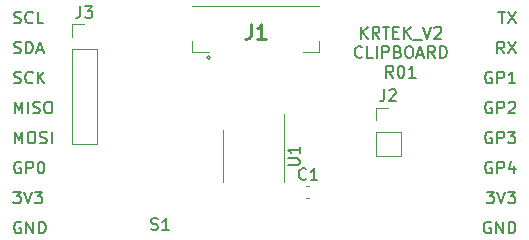
<source format=gto>
%TF.GenerationSoftware,KiCad,Pcbnew,(5.1.10)-1*%
%TF.CreationDate,2021-11-25T14:23:59+01:00*%
%TF.ProjectId,CLIP_HOSTBOARD,434c4950-5f48-44f5-9354-424f4152442e,rev?*%
%TF.SameCoordinates,Original*%
%TF.FileFunction,Legend,Top*%
%TF.FilePolarity,Positive*%
%FSLAX46Y46*%
G04 Gerber Fmt 4.6, Leading zero omitted, Abs format (unit mm)*
G04 Created by KiCad (PCBNEW (5.1.10)-1) date 2021-11-25 14:23:59*
%MOMM*%
%LPD*%
G01*
G04 APERTURE LIST*
%ADD10C,0.150000*%
%ADD11C,0.100000*%
%ADD12C,0.200000*%
%ADD13C,0.120000*%
%ADD14C,0.254000*%
G04 APERTURE END LIST*
D10*
X151780027Y-83572340D02*
X151780027Y-82572340D01*
X152351456Y-83572340D02*
X151922884Y-83000912D01*
X152351456Y-82572340D02*
X151780027Y-83143769D01*
X153351456Y-83572340D02*
X153018122Y-83096150D01*
X152780027Y-83572340D02*
X152780027Y-82572340D01*
X153160980Y-82572340D01*
X153256218Y-82619960D01*
X153303837Y-82667579D01*
X153351456Y-82762817D01*
X153351456Y-82905674D01*
X153303837Y-83000912D01*
X153256218Y-83048531D01*
X153160980Y-83096150D01*
X152780027Y-83096150D01*
X153637170Y-82572340D02*
X154208599Y-82572340D01*
X153922884Y-83572340D02*
X153922884Y-82572340D01*
X154541932Y-83048531D02*
X154875265Y-83048531D01*
X155018122Y-83572340D02*
X154541932Y-83572340D01*
X154541932Y-82572340D01*
X155018122Y-82572340D01*
X155446694Y-83572340D02*
X155446694Y-82572340D01*
X156018122Y-83572340D02*
X155589551Y-83000912D01*
X156018122Y-82572340D02*
X155446694Y-83143769D01*
X156208599Y-83667579D02*
X156970503Y-83667579D01*
X157065741Y-82572340D02*
X157399075Y-83572340D01*
X157732408Y-82572340D01*
X158018122Y-82667579D02*
X158065741Y-82619960D01*
X158160980Y-82572340D01*
X158399075Y-82572340D01*
X158494313Y-82619960D01*
X158541932Y-82667579D01*
X158589551Y-82762817D01*
X158589551Y-82858055D01*
X158541932Y-83000912D01*
X157970503Y-83572340D01*
X158589551Y-83572340D01*
X151875265Y-85127102D02*
X151827646Y-85174721D01*
X151684789Y-85222340D01*
X151589551Y-85222340D01*
X151446694Y-85174721D01*
X151351456Y-85079483D01*
X151303837Y-84984245D01*
X151256218Y-84793769D01*
X151256218Y-84650912D01*
X151303837Y-84460436D01*
X151351456Y-84365198D01*
X151446694Y-84269960D01*
X151589551Y-84222340D01*
X151684789Y-84222340D01*
X151827646Y-84269960D01*
X151875265Y-84317579D01*
X152780027Y-85222340D02*
X152303837Y-85222340D01*
X152303837Y-84222340D01*
X153113360Y-85222340D02*
X153113360Y-84222340D01*
X153589551Y-85222340D02*
X153589551Y-84222340D01*
X153970503Y-84222340D01*
X154065741Y-84269960D01*
X154113360Y-84317579D01*
X154160980Y-84412817D01*
X154160980Y-84555674D01*
X154113360Y-84650912D01*
X154065741Y-84698531D01*
X153970503Y-84746150D01*
X153589551Y-84746150D01*
X154922884Y-84698531D02*
X155065741Y-84746150D01*
X155113360Y-84793769D01*
X155160980Y-84889007D01*
X155160980Y-85031864D01*
X155113360Y-85127102D01*
X155065741Y-85174721D01*
X154970503Y-85222340D01*
X154589551Y-85222340D01*
X154589551Y-84222340D01*
X154922884Y-84222340D01*
X155018122Y-84269960D01*
X155065741Y-84317579D01*
X155113360Y-84412817D01*
X155113360Y-84508055D01*
X155065741Y-84603293D01*
X155018122Y-84650912D01*
X154922884Y-84698531D01*
X154589551Y-84698531D01*
X155780027Y-84222340D02*
X155970503Y-84222340D01*
X156065741Y-84269960D01*
X156160980Y-84365198D01*
X156208599Y-84555674D01*
X156208599Y-84889007D01*
X156160980Y-85079483D01*
X156065741Y-85174721D01*
X155970503Y-85222340D01*
X155780027Y-85222340D01*
X155684789Y-85174721D01*
X155589551Y-85079483D01*
X155541932Y-84889007D01*
X155541932Y-84555674D01*
X155589551Y-84365198D01*
X155684789Y-84269960D01*
X155780027Y-84222340D01*
X156589551Y-84936626D02*
X157065741Y-84936626D01*
X156494313Y-85222340D02*
X156827646Y-84222340D01*
X157160980Y-85222340D01*
X158065741Y-85222340D02*
X157732408Y-84746150D01*
X157494313Y-85222340D02*
X157494313Y-84222340D01*
X157875265Y-84222340D01*
X157970503Y-84269960D01*
X158018122Y-84317579D01*
X158065741Y-84412817D01*
X158065741Y-84555674D01*
X158018122Y-84650912D01*
X157970503Y-84698531D01*
X157875265Y-84746150D01*
X157494313Y-84746150D01*
X158494313Y-85222340D02*
X158494313Y-84222340D01*
X158732408Y-84222340D01*
X158875265Y-84269960D01*
X158970503Y-84365198D01*
X159018122Y-84460436D01*
X159065741Y-84650912D01*
X159065741Y-84793769D01*
X159018122Y-84984245D01*
X158970503Y-85079483D01*
X158875265Y-85174721D01*
X158732408Y-85222340D01*
X158494313Y-85222340D01*
X154518122Y-86872340D02*
X154184789Y-86396150D01*
X153946694Y-86872340D02*
X153946694Y-85872340D01*
X154327646Y-85872340D01*
X154422884Y-85919960D01*
X154470503Y-85967579D01*
X154518122Y-86062817D01*
X154518122Y-86205674D01*
X154470503Y-86300912D01*
X154422884Y-86348531D01*
X154327646Y-86396150D01*
X153946694Y-86396150D01*
X155137170Y-85872340D02*
X155232408Y-85872340D01*
X155327646Y-85919960D01*
X155375265Y-85967579D01*
X155422884Y-86062817D01*
X155470503Y-86253293D01*
X155470503Y-86491388D01*
X155422884Y-86681864D01*
X155375265Y-86777102D01*
X155327646Y-86824721D01*
X155232408Y-86872340D01*
X155137170Y-86872340D01*
X155041932Y-86824721D01*
X154994313Y-86777102D01*
X154946694Y-86681864D01*
X154899075Y-86491388D01*
X154899075Y-86253293D01*
X154946694Y-86062817D01*
X154994313Y-85967579D01*
X155041932Y-85919960D01*
X155137170Y-85872340D01*
X156422884Y-86872340D02*
X155851456Y-86872340D01*
X156137170Y-86872340D02*
X156137170Y-85872340D01*
X156041932Y-86015198D01*
X155946694Y-86110436D01*
X155851456Y-86158055D01*
D11*
%TO.C,J1*%
X137512700Y-80785140D02*
X148262700Y-80785140D01*
X148262700Y-84685140D02*
X148262700Y-83785140D01*
X146887700Y-84685140D02*
X148262700Y-84685140D01*
X137512700Y-84685140D02*
X137512700Y-83785140D01*
X138887700Y-84685140D02*
X137512700Y-84685140D01*
D12*
X138887700Y-85285140D02*
X138887700Y-85285140D01*
X138887700Y-85085140D02*
X138887700Y-85085140D01*
X138887700Y-85285140D02*
G75*
G02*
X138887700Y-85085140I0J100000D01*
G01*
X138887700Y-85085140D02*
G75*
G02*
X138887700Y-85285140I0J-100000D01*
G01*
D13*
%TO.C,U1*%
X140082120Y-93527880D02*
X140082120Y-95727880D01*
X140082120Y-93527880D02*
X140082120Y-91327880D01*
X145302120Y-93527880D02*
X145302120Y-95727880D01*
X145302120Y-93527880D02*
X145302120Y-89927880D01*
%TO.C,J2*%
X153039260Y-93532260D02*
X155159260Y-93532260D01*
X153039260Y-91472260D02*
X153039260Y-93532260D01*
X155159260Y-91472260D02*
X155159260Y-93532260D01*
X153039260Y-91472260D02*
X155159260Y-91472260D01*
X153039260Y-90472260D02*
X153039260Y-89412260D01*
X153039260Y-89412260D02*
X154099260Y-89412260D01*
%TO.C,J3*%
X127314140Y-92483760D02*
X129434140Y-92483760D01*
X127314140Y-84423760D02*
X127314140Y-92483760D01*
X129434140Y-84423760D02*
X129434140Y-92483760D01*
X127314140Y-84423760D02*
X129434140Y-84423760D01*
X127314140Y-83423760D02*
X127314140Y-82363760D01*
X127314140Y-82363760D02*
X128374140Y-82363760D01*
%TO.C,C1*%
X147430400Y-97070640D02*
X147149240Y-97070640D01*
X147430400Y-96050640D02*
X147149240Y-96050640D01*
%TO.C,S1*%
D10*
X134035895Y-99728921D02*
X134178752Y-99776540D01*
X134416847Y-99776540D01*
X134512085Y-99728921D01*
X134559704Y-99681302D01*
X134607323Y-99586064D01*
X134607323Y-99490826D01*
X134559704Y-99395588D01*
X134512085Y-99347969D01*
X134416847Y-99300350D01*
X134226371Y-99252731D01*
X134131133Y-99205112D01*
X134083514Y-99157493D01*
X134035895Y-99062255D01*
X134035895Y-98967017D01*
X134083514Y-98871779D01*
X134131133Y-98824160D01*
X134226371Y-98776540D01*
X134464466Y-98776540D01*
X134607323Y-98824160D01*
X135559704Y-99776540D02*
X134988276Y-99776540D01*
X135273990Y-99776540D02*
X135273990Y-98776540D01*
X135178752Y-98919398D01*
X135083514Y-99014636D01*
X134988276Y-99062255D01*
X162772986Y-99114800D02*
X162677748Y-99067180D01*
X162534891Y-99067180D01*
X162392034Y-99114800D01*
X162296796Y-99210038D01*
X162249177Y-99305276D01*
X162201558Y-99495752D01*
X162201558Y-99638609D01*
X162249177Y-99829085D01*
X162296796Y-99924323D01*
X162392034Y-100019561D01*
X162534891Y-100067180D01*
X162630129Y-100067180D01*
X162772986Y-100019561D01*
X162820605Y-99971942D01*
X162820605Y-99638609D01*
X162630129Y-99638609D01*
X163249177Y-100067180D02*
X163249177Y-99067180D01*
X163820605Y-100067180D01*
X163820605Y-99067180D01*
X164296796Y-100067180D02*
X164296796Y-99067180D01*
X164534891Y-99067180D01*
X164677748Y-99114800D01*
X164772986Y-99210038D01*
X164820605Y-99305276D01*
X164868224Y-99495752D01*
X164868224Y-99638609D01*
X164820605Y-99829085D01*
X164772986Y-99924323D01*
X164677748Y-100019561D01*
X164534891Y-100067180D01*
X164296796Y-100067180D01*
X162439653Y-96527180D02*
X163058701Y-96527180D01*
X162725367Y-96908133D01*
X162868224Y-96908133D01*
X162963462Y-96955752D01*
X163011081Y-97003371D01*
X163058701Y-97098609D01*
X163058701Y-97336704D01*
X163011081Y-97431942D01*
X162963462Y-97479561D01*
X162868224Y-97527180D01*
X162582510Y-97527180D01*
X162487272Y-97479561D01*
X162439653Y-97431942D01*
X163344415Y-96527180D02*
X163677748Y-97527180D01*
X164011081Y-96527180D01*
X164249177Y-96527180D02*
X164868224Y-96527180D01*
X164534891Y-96908133D01*
X164677748Y-96908133D01*
X164772986Y-96955752D01*
X164820605Y-97003371D01*
X164868224Y-97098609D01*
X164868224Y-97336704D01*
X164820605Y-97431942D01*
X164772986Y-97479561D01*
X164677748Y-97527180D01*
X164392034Y-97527180D01*
X164296796Y-97479561D01*
X164249177Y-97431942D01*
X162868224Y-94034800D02*
X162772986Y-93987180D01*
X162630129Y-93987180D01*
X162487272Y-94034800D01*
X162392034Y-94130038D01*
X162344415Y-94225276D01*
X162296796Y-94415752D01*
X162296796Y-94558609D01*
X162344415Y-94749085D01*
X162392034Y-94844323D01*
X162487272Y-94939561D01*
X162630129Y-94987180D01*
X162725367Y-94987180D01*
X162868224Y-94939561D01*
X162915843Y-94891942D01*
X162915843Y-94558609D01*
X162725367Y-94558609D01*
X163344415Y-94987180D02*
X163344415Y-93987180D01*
X163725367Y-93987180D01*
X163820605Y-94034800D01*
X163868224Y-94082419D01*
X163915843Y-94177657D01*
X163915843Y-94320514D01*
X163868224Y-94415752D01*
X163820605Y-94463371D01*
X163725367Y-94510990D01*
X163344415Y-94510990D01*
X164772986Y-94320514D02*
X164772986Y-94987180D01*
X164534891Y-93939561D02*
X164296796Y-94653847D01*
X164915843Y-94653847D01*
X162868224Y-91494800D02*
X162772986Y-91447180D01*
X162630129Y-91447180D01*
X162487272Y-91494800D01*
X162392034Y-91590038D01*
X162344415Y-91685276D01*
X162296796Y-91875752D01*
X162296796Y-92018609D01*
X162344415Y-92209085D01*
X162392034Y-92304323D01*
X162487272Y-92399561D01*
X162630129Y-92447180D01*
X162725367Y-92447180D01*
X162868224Y-92399561D01*
X162915843Y-92351942D01*
X162915843Y-92018609D01*
X162725367Y-92018609D01*
X163344415Y-92447180D02*
X163344415Y-91447180D01*
X163725367Y-91447180D01*
X163820605Y-91494800D01*
X163868224Y-91542419D01*
X163915843Y-91637657D01*
X163915843Y-91780514D01*
X163868224Y-91875752D01*
X163820605Y-91923371D01*
X163725367Y-91970990D01*
X163344415Y-91970990D01*
X164249177Y-91447180D02*
X164868224Y-91447180D01*
X164534891Y-91828133D01*
X164677748Y-91828133D01*
X164772986Y-91875752D01*
X164820605Y-91923371D01*
X164868224Y-92018609D01*
X164868224Y-92256704D01*
X164820605Y-92351942D01*
X164772986Y-92399561D01*
X164677748Y-92447180D01*
X164392034Y-92447180D01*
X164296796Y-92399561D01*
X164249177Y-92351942D01*
X162868224Y-88954800D02*
X162772986Y-88907180D01*
X162630129Y-88907180D01*
X162487272Y-88954800D01*
X162392034Y-89050038D01*
X162344415Y-89145276D01*
X162296796Y-89335752D01*
X162296796Y-89478609D01*
X162344415Y-89669085D01*
X162392034Y-89764323D01*
X162487272Y-89859561D01*
X162630129Y-89907180D01*
X162725367Y-89907180D01*
X162868224Y-89859561D01*
X162915843Y-89811942D01*
X162915843Y-89478609D01*
X162725367Y-89478609D01*
X163344415Y-89907180D02*
X163344415Y-88907180D01*
X163725367Y-88907180D01*
X163820605Y-88954800D01*
X163868224Y-89002419D01*
X163915843Y-89097657D01*
X163915843Y-89240514D01*
X163868224Y-89335752D01*
X163820605Y-89383371D01*
X163725367Y-89430990D01*
X163344415Y-89430990D01*
X164296796Y-89002419D02*
X164344415Y-88954800D01*
X164439653Y-88907180D01*
X164677748Y-88907180D01*
X164772986Y-88954800D01*
X164820605Y-89002419D01*
X164868224Y-89097657D01*
X164868224Y-89192895D01*
X164820605Y-89335752D01*
X164249177Y-89907180D01*
X164868224Y-89907180D01*
X162868224Y-86414800D02*
X162772986Y-86367180D01*
X162630129Y-86367180D01*
X162487272Y-86414800D01*
X162392034Y-86510038D01*
X162344415Y-86605276D01*
X162296796Y-86795752D01*
X162296796Y-86938609D01*
X162344415Y-87129085D01*
X162392034Y-87224323D01*
X162487272Y-87319561D01*
X162630129Y-87367180D01*
X162725367Y-87367180D01*
X162868224Y-87319561D01*
X162915843Y-87271942D01*
X162915843Y-86938609D01*
X162725367Y-86938609D01*
X163344415Y-87367180D02*
X163344415Y-86367180D01*
X163725367Y-86367180D01*
X163820605Y-86414800D01*
X163868224Y-86462419D01*
X163915843Y-86557657D01*
X163915843Y-86700514D01*
X163868224Y-86795752D01*
X163820605Y-86843371D01*
X163725367Y-86890990D01*
X163344415Y-86890990D01*
X164868224Y-87367180D02*
X164296796Y-87367180D01*
X164582510Y-87367180D02*
X164582510Y-86367180D01*
X164487272Y-86510038D01*
X164392034Y-86605276D01*
X164296796Y-86652895D01*
X163915843Y-84827180D02*
X163582510Y-84350990D01*
X163344415Y-84827180D02*
X163344415Y-83827180D01*
X163725367Y-83827180D01*
X163820605Y-83874800D01*
X163868224Y-83922419D01*
X163915843Y-84017657D01*
X163915843Y-84160514D01*
X163868224Y-84255752D01*
X163820605Y-84303371D01*
X163725367Y-84350990D01*
X163344415Y-84350990D01*
X164249177Y-83827180D02*
X164915843Y-84827180D01*
X164915843Y-83827180D02*
X164249177Y-84827180D01*
X163439653Y-81287180D02*
X164011081Y-81287180D01*
X163725367Y-82287180D02*
X163725367Y-81287180D01*
X164249177Y-81287180D02*
X164915843Y-82287180D01*
X164915843Y-81287180D02*
X164249177Y-82287180D01*
X122995605Y-99114800D02*
X122900367Y-99067180D01*
X122757510Y-99067180D01*
X122614653Y-99114800D01*
X122519415Y-99210038D01*
X122471796Y-99305276D01*
X122424177Y-99495752D01*
X122424177Y-99638609D01*
X122471796Y-99829085D01*
X122519415Y-99924323D01*
X122614653Y-100019561D01*
X122757510Y-100067180D01*
X122852748Y-100067180D01*
X122995605Y-100019561D01*
X123043224Y-99971942D01*
X123043224Y-99638609D01*
X122852748Y-99638609D01*
X123471796Y-100067180D02*
X123471796Y-99067180D01*
X124043224Y-100067180D01*
X124043224Y-99067180D01*
X124519415Y-100067180D02*
X124519415Y-99067180D01*
X124757510Y-99067180D01*
X124900367Y-99114800D01*
X124995605Y-99210038D01*
X125043224Y-99305276D01*
X125090843Y-99495752D01*
X125090843Y-99638609D01*
X125043224Y-99829085D01*
X124995605Y-99924323D01*
X124900367Y-100019561D01*
X124757510Y-100067180D01*
X124519415Y-100067180D01*
X122376558Y-96527180D02*
X122995605Y-96527180D01*
X122662272Y-96908133D01*
X122805129Y-96908133D01*
X122900367Y-96955752D01*
X122947986Y-97003371D01*
X122995605Y-97098609D01*
X122995605Y-97336704D01*
X122947986Y-97431942D01*
X122900367Y-97479561D01*
X122805129Y-97527180D01*
X122519415Y-97527180D01*
X122424177Y-97479561D01*
X122376558Y-97431942D01*
X123281320Y-96527180D02*
X123614653Y-97527180D01*
X123947986Y-96527180D01*
X124186081Y-96527180D02*
X124805129Y-96527180D01*
X124471796Y-96908133D01*
X124614653Y-96908133D01*
X124709891Y-96955752D01*
X124757510Y-97003371D01*
X124805129Y-97098609D01*
X124805129Y-97336704D01*
X124757510Y-97431942D01*
X124709891Y-97479561D01*
X124614653Y-97527180D01*
X124328939Y-97527180D01*
X124233701Y-97479561D01*
X124186081Y-97431942D01*
X122995605Y-94034800D02*
X122900367Y-93987180D01*
X122757510Y-93987180D01*
X122614653Y-94034800D01*
X122519415Y-94130038D01*
X122471796Y-94225276D01*
X122424177Y-94415752D01*
X122424177Y-94558609D01*
X122471796Y-94749085D01*
X122519415Y-94844323D01*
X122614653Y-94939561D01*
X122757510Y-94987180D01*
X122852748Y-94987180D01*
X122995605Y-94939561D01*
X123043224Y-94891942D01*
X123043224Y-94558609D01*
X122852748Y-94558609D01*
X123471796Y-94987180D02*
X123471796Y-93987180D01*
X123852748Y-93987180D01*
X123947986Y-94034800D01*
X123995605Y-94082419D01*
X124043224Y-94177657D01*
X124043224Y-94320514D01*
X123995605Y-94415752D01*
X123947986Y-94463371D01*
X123852748Y-94510990D01*
X123471796Y-94510990D01*
X124662272Y-93987180D02*
X124757510Y-93987180D01*
X124852748Y-94034800D01*
X124900367Y-94082419D01*
X124947986Y-94177657D01*
X124995605Y-94368133D01*
X124995605Y-94606228D01*
X124947986Y-94796704D01*
X124900367Y-94891942D01*
X124852748Y-94939561D01*
X124757510Y-94987180D01*
X124662272Y-94987180D01*
X124567034Y-94939561D01*
X124519415Y-94891942D01*
X124471796Y-94796704D01*
X124424177Y-94606228D01*
X124424177Y-94368133D01*
X124471796Y-94177657D01*
X124519415Y-94082419D01*
X124567034Y-94034800D01*
X124662272Y-93987180D01*
X122471796Y-92447180D02*
X122471796Y-91447180D01*
X122805129Y-92161466D01*
X123138462Y-91447180D01*
X123138462Y-92447180D01*
X123805129Y-91447180D02*
X123995605Y-91447180D01*
X124090843Y-91494800D01*
X124186081Y-91590038D01*
X124233701Y-91780514D01*
X124233701Y-92113847D01*
X124186081Y-92304323D01*
X124090843Y-92399561D01*
X123995605Y-92447180D01*
X123805129Y-92447180D01*
X123709891Y-92399561D01*
X123614653Y-92304323D01*
X123567034Y-92113847D01*
X123567034Y-91780514D01*
X123614653Y-91590038D01*
X123709891Y-91494800D01*
X123805129Y-91447180D01*
X124614653Y-92399561D02*
X124757510Y-92447180D01*
X124995605Y-92447180D01*
X125090843Y-92399561D01*
X125138462Y-92351942D01*
X125186081Y-92256704D01*
X125186081Y-92161466D01*
X125138462Y-92066228D01*
X125090843Y-92018609D01*
X124995605Y-91970990D01*
X124805129Y-91923371D01*
X124709891Y-91875752D01*
X124662272Y-91828133D01*
X124614653Y-91732895D01*
X124614653Y-91637657D01*
X124662272Y-91542419D01*
X124709891Y-91494800D01*
X124805129Y-91447180D01*
X125043224Y-91447180D01*
X125186081Y-91494800D01*
X125614653Y-92447180D02*
X125614653Y-91447180D01*
X122471796Y-89907180D02*
X122471796Y-88907180D01*
X122805129Y-89621466D01*
X123138462Y-88907180D01*
X123138462Y-89907180D01*
X123614653Y-89907180D02*
X123614653Y-88907180D01*
X124043224Y-89859561D02*
X124186081Y-89907180D01*
X124424177Y-89907180D01*
X124519415Y-89859561D01*
X124567034Y-89811942D01*
X124614653Y-89716704D01*
X124614653Y-89621466D01*
X124567034Y-89526228D01*
X124519415Y-89478609D01*
X124424177Y-89430990D01*
X124233701Y-89383371D01*
X124138462Y-89335752D01*
X124090843Y-89288133D01*
X124043224Y-89192895D01*
X124043224Y-89097657D01*
X124090843Y-89002419D01*
X124138462Y-88954800D01*
X124233701Y-88907180D01*
X124471796Y-88907180D01*
X124614653Y-88954800D01*
X125233701Y-88907180D02*
X125424177Y-88907180D01*
X125519415Y-88954800D01*
X125614653Y-89050038D01*
X125662272Y-89240514D01*
X125662272Y-89573847D01*
X125614653Y-89764323D01*
X125519415Y-89859561D01*
X125424177Y-89907180D01*
X125233701Y-89907180D01*
X125138462Y-89859561D01*
X125043224Y-89764323D01*
X124995605Y-89573847D01*
X124995605Y-89240514D01*
X125043224Y-89050038D01*
X125138462Y-88954800D01*
X125233701Y-88907180D01*
X122424177Y-87319561D02*
X122567034Y-87367180D01*
X122805129Y-87367180D01*
X122900367Y-87319561D01*
X122947986Y-87271942D01*
X122995605Y-87176704D01*
X122995605Y-87081466D01*
X122947986Y-86986228D01*
X122900367Y-86938609D01*
X122805129Y-86890990D01*
X122614653Y-86843371D01*
X122519415Y-86795752D01*
X122471796Y-86748133D01*
X122424177Y-86652895D01*
X122424177Y-86557657D01*
X122471796Y-86462419D01*
X122519415Y-86414800D01*
X122614653Y-86367180D01*
X122852748Y-86367180D01*
X122995605Y-86414800D01*
X123995605Y-87271942D02*
X123947986Y-87319561D01*
X123805129Y-87367180D01*
X123709891Y-87367180D01*
X123567034Y-87319561D01*
X123471796Y-87224323D01*
X123424177Y-87129085D01*
X123376558Y-86938609D01*
X123376558Y-86795752D01*
X123424177Y-86605276D01*
X123471796Y-86510038D01*
X123567034Y-86414800D01*
X123709891Y-86367180D01*
X123805129Y-86367180D01*
X123947986Y-86414800D01*
X123995605Y-86462419D01*
X124424177Y-87367180D02*
X124424177Y-86367180D01*
X124995605Y-87367180D02*
X124567034Y-86795752D01*
X124995605Y-86367180D02*
X124424177Y-86938609D01*
X122424177Y-84779561D02*
X122567034Y-84827180D01*
X122805129Y-84827180D01*
X122900367Y-84779561D01*
X122947986Y-84731942D01*
X122995605Y-84636704D01*
X122995605Y-84541466D01*
X122947986Y-84446228D01*
X122900367Y-84398609D01*
X122805129Y-84350990D01*
X122614653Y-84303371D01*
X122519415Y-84255752D01*
X122471796Y-84208133D01*
X122424177Y-84112895D01*
X122424177Y-84017657D01*
X122471796Y-83922419D01*
X122519415Y-83874800D01*
X122614653Y-83827180D01*
X122852748Y-83827180D01*
X122995605Y-83874800D01*
X123424177Y-84827180D02*
X123424177Y-83827180D01*
X123662272Y-83827180D01*
X123805129Y-83874800D01*
X123900367Y-83970038D01*
X123947986Y-84065276D01*
X123995605Y-84255752D01*
X123995605Y-84398609D01*
X123947986Y-84589085D01*
X123900367Y-84684323D01*
X123805129Y-84779561D01*
X123662272Y-84827180D01*
X123424177Y-84827180D01*
X124376558Y-84541466D02*
X124852748Y-84541466D01*
X124281320Y-84827180D02*
X124614653Y-83827180D01*
X124947986Y-84827180D01*
X122424177Y-82239561D02*
X122567034Y-82287180D01*
X122805129Y-82287180D01*
X122900367Y-82239561D01*
X122947986Y-82191942D01*
X122995605Y-82096704D01*
X122995605Y-82001466D01*
X122947986Y-81906228D01*
X122900367Y-81858609D01*
X122805129Y-81810990D01*
X122614653Y-81763371D01*
X122519415Y-81715752D01*
X122471796Y-81668133D01*
X122424177Y-81572895D01*
X122424177Y-81477657D01*
X122471796Y-81382419D01*
X122519415Y-81334800D01*
X122614653Y-81287180D01*
X122852748Y-81287180D01*
X122995605Y-81334800D01*
X123995605Y-82191942D02*
X123947986Y-82239561D01*
X123805129Y-82287180D01*
X123709891Y-82287180D01*
X123567034Y-82239561D01*
X123471796Y-82144323D01*
X123424177Y-82049085D01*
X123376558Y-81858609D01*
X123376558Y-81715752D01*
X123424177Y-81525276D01*
X123471796Y-81430038D01*
X123567034Y-81334800D01*
X123709891Y-81287180D01*
X123805129Y-81287180D01*
X123947986Y-81334800D01*
X123995605Y-81382419D01*
X124900367Y-82287180D02*
X124424177Y-82287180D01*
X124424177Y-81287180D01*
%TO.C,J1*%
D14*
X142464366Y-82339663D02*
X142464366Y-83246806D01*
X142403890Y-83428235D01*
X142282938Y-83549187D01*
X142101509Y-83609663D01*
X141980557Y-83609663D01*
X143734366Y-83609663D02*
X143008652Y-83609663D01*
X143371509Y-83609663D02*
X143371509Y-82339663D01*
X143250557Y-82521092D01*
X143129604Y-82642044D01*
X143008652Y-82702520D01*
%TO.C,U1*%
D10*
X145594500Y-94289784D02*
X146404024Y-94289784D01*
X146499262Y-94242165D01*
X146546881Y-94194546D01*
X146594500Y-94099308D01*
X146594500Y-93908832D01*
X146546881Y-93813594D01*
X146499262Y-93765975D01*
X146404024Y-93718356D01*
X145594500Y-93718356D01*
X146594500Y-92718356D02*
X146594500Y-93289784D01*
X146594500Y-93004070D02*
X145594500Y-93004070D01*
X145737358Y-93099308D01*
X145832596Y-93194546D01*
X145880215Y-93289784D01*
%TO.C,J2*%
X153765926Y-87864640D02*
X153765926Y-88578926D01*
X153718307Y-88721783D01*
X153623069Y-88817021D01*
X153480212Y-88864640D01*
X153384974Y-88864640D01*
X154194498Y-87959879D02*
X154242117Y-87912260D01*
X154337355Y-87864640D01*
X154575450Y-87864640D01*
X154670688Y-87912260D01*
X154718307Y-87959879D01*
X154765926Y-88055117D01*
X154765926Y-88150355D01*
X154718307Y-88293212D01*
X154146879Y-88864640D01*
X154765926Y-88864640D01*
%TO.C,J3*%
X128040806Y-80816140D02*
X128040806Y-81530426D01*
X127993187Y-81673283D01*
X127897949Y-81768521D01*
X127755092Y-81816140D01*
X127659854Y-81816140D01*
X128421759Y-80816140D02*
X129040806Y-80816140D01*
X128707473Y-81197093D01*
X128850330Y-81197093D01*
X128945568Y-81244712D01*
X128993187Y-81292331D01*
X129040806Y-81387569D01*
X129040806Y-81625664D01*
X128993187Y-81720902D01*
X128945568Y-81768521D01*
X128850330Y-81816140D01*
X128564616Y-81816140D01*
X128469378Y-81768521D01*
X128421759Y-81720902D01*
%TO.C,C1*%
X147158413Y-95457282D02*
X147110794Y-95504901D01*
X146967937Y-95552520D01*
X146872699Y-95552520D01*
X146729841Y-95504901D01*
X146634603Y-95409663D01*
X146586984Y-95314425D01*
X146539365Y-95123949D01*
X146539365Y-94981092D01*
X146586984Y-94790616D01*
X146634603Y-94695378D01*
X146729841Y-94600140D01*
X146872699Y-94552520D01*
X146967937Y-94552520D01*
X147110794Y-94600140D01*
X147158413Y-94647759D01*
X148110794Y-95552520D02*
X147539365Y-95552520D01*
X147825080Y-95552520D02*
X147825080Y-94552520D01*
X147729841Y-94695378D01*
X147634603Y-94790616D01*
X147539365Y-94838235D01*
%TD*%
M02*

</source>
